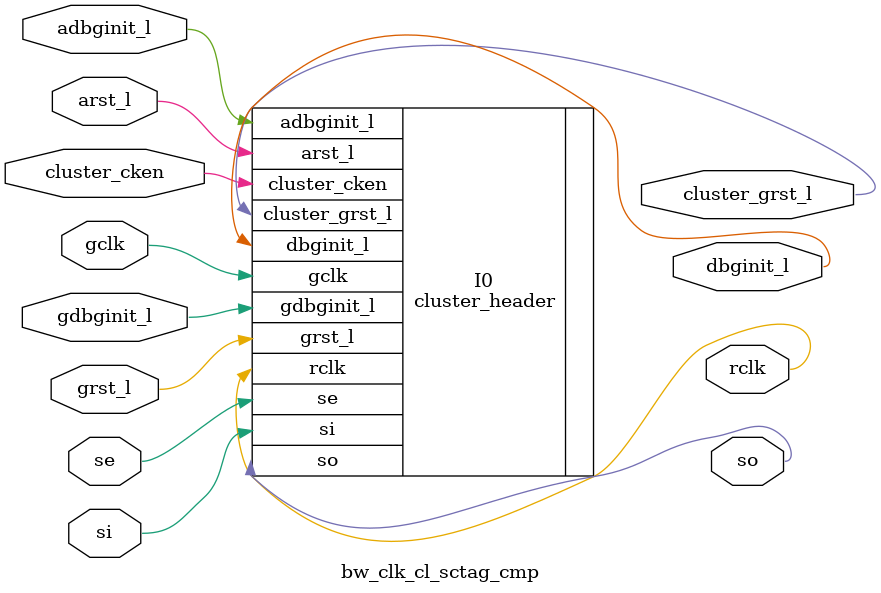
<source format=v>
module bw_clk_cl_sctag_cmp (/*AUTOARG*/
   // Outputs
   dbginit_l, cluster_grst_l, rclk, so, 
   // Inputs
   gclk, cluster_cken, arst_l, grst_l, adbginit_l, gdbginit_l, si, 
   se
   );

input       gclk;
input       cluster_cken;
input       arst_l;
input       grst_l;
input       adbginit_l;
input       gdbginit_l;
output      dbginit_l;
output      cluster_grst_l;
output      rclk;

input       si;
input       se;
output      so;



cluster_header I0 (/*AUTOINST*/
                   // Outputs
                   .dbginit_l           (dbginit_l),
                   .cluster_grst_l      (cluster_grst_l),
                   .rclk                (rclk),
                   .so                  (so),
                   // Inputs
                   .gclk                (gclk),
                   .cluster_cken        (cluster_cken),
                   .arst_l              (arst_l),
                   .grst_l              (grst_l),
                   .adbginit_l          (adbginit_l),
                   .gdbginit_l          (gdbginit_l),
                   .si                  (si),
                   .se                  (se));

endmodule

</source>
